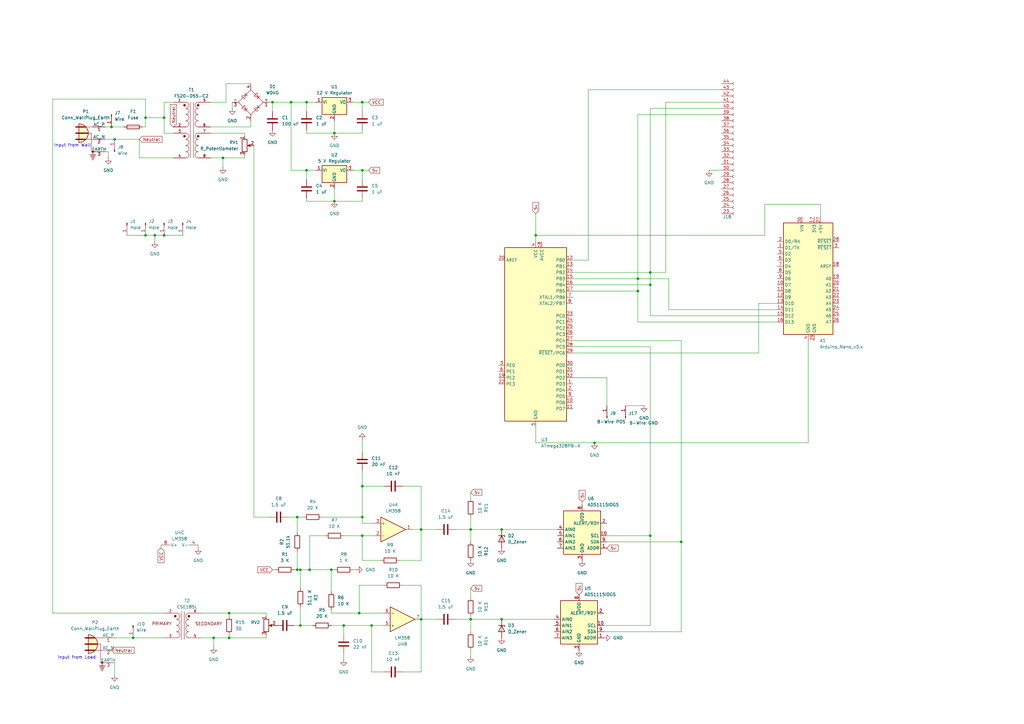
<source format=kicad_sch>
(kicad_sch (version 20231120) (generator "eeschema") (generator_version "8.0")
  (paper "A3")
  (lib_symbols
    (symbol "Amplifier_Operational:LM358" (pin_names (offset 0.127))
      (property "Reference" "U" (at 0 5.08 0))
      (property "Value" "LM358" (at 0 -5.08 0))
      (symbol "LM358_1_1"
        (pin output line (at 7.62 0 180) (length 2.54) (name "~") (number "1"))
        (pin input line (at -7.62 -2.54 0) (length 2.54) (name "-") (number "2"))
        (pin input line (at -7.62 2.54 0) (length 2.54) (name "+") (number "3"))
      )
      (symbol "LM358_2_1"
        (pin input line (at -7.62 2.54 0) (length 2.54) (name "+") (number "5"))
        (pin input line (at -7.62 -2.54 0) (length 2.54) (name "-") (number "6"))
        (pin output line (at 7.62 0 180) (length 2.54) (name "~") (number "7"))
      )
      (symbol "LM358_3_1"
        (pin power_in line (at -2.54 -7.62 90) (length 3.81) (name "V-") (number "4"))
        (pin power_in line (at -2.54 7.62 270) (length 3.81) (name "V+") (number "8"))
      )
    )
    (symbol "Analog_ADC:ADS1115IDGS"
      (property "Reference" "U" (at 2.54 13.97 0))
      (property "Value" "ADS1115IDGS" (at 7.62 11.43 0))
      (symbol "ADS1115IDGS_1_1"
        (pin input line (at 10.16 -5.08 180) (length 2.54) (name "ADDR") (number "1"))
        (pin input line (at 10.16 0 180) (length 2.54) (name "SCL") (number "10"))
        (pin output line (at 10.16 5.08 180) (length 2.54) (name "ALERT/RDY") (number "2"))
        (pin power_in line (at 0 -10.16 90) (length 2.54) (name "GND") (number "3"))
        (pin input line (at -10.16 2.54 0) (length 2.54) (name "AIN0") (number "4"))
        (pin input line (at -10.16 0 0) (length 2.54) (name "AIN1") (number "5"))
        (pin input line (at -10.16 -2.54 0) (length 2.54) (name "AIN2") (number "6"))
        (pin input line (at -10.16 -5.08 0) (length 2.54) (name "AIN3") (number "7"))
        (pin power_in line (at 0 12.7 270) (length 2.54) (name "VDD") (number "8"))
        (pin bidirectional line (at 10.16 -2.54 180) (length 2.54) (name "SDA") (number "9"))
      )
    )
    (symbol "CSE185L:CSE185L" (pin_names (offset 1.016))
      (property "Reference" "T" (at -5.0839 7.6279 0))
      (property "Value" "CSE185L" (at -5.0814 -7.6227 0))
      (symbol "CSE185L_0_0"
        (text "PRIMARY" (at -12.7 0 0) (effects (font (size 1.27 1.27)) (justify left bottom)))
        (text "SECONDARY" (at 5.08 0 0) (effects (font (size 1.27 1.27)) (justify left bottom)))
        (pin passive line (at -7.62 5.08 0) (length 5.08) (name "~") (number "2"))
        (pin passive line (at -7.62 -5.08 0) (length 5.08) (name "~") (number "3"))
        (pin passive line (at 7.62 -5.08 180) (length 5.08) (name "~") (number "5"))
        (pin passive line (at 7.62 5.08 180) (length 5.08) (name "~") (number "8"))
      )
    )
    (symbol "Conn_01x22_Socket_2" (pin_names (offset 1.016) hide)
      (property "Reference" "J10" (at -4.572 -29.21 0))
      (symbol "Conn_01x22_Socket_2_1_1"
        (pin passive line (at -5.08 -27.94 0) (length 3.81) (name "Pin_23") (number "23"))
        (pin passive line (at -5.08 -25.4 0) (length 3.81) (name "Pin_24") (number "24"))
        (pin passive line (at -5.08 -22.86 0) (length 3.81) (name "Pin_25") (number "25"))
        (pin passive line (at -5.08 -20.32 0) (length 3.81) (name "Pin_26") (number "26"))
        (pin passive line (at -5.08 -17.78 0) (length 3.81) (name "Pin_27") (number "27"))
        (pin passive line (at -5.08 -15.24 0) (length 3.81) (name "Pin_28") (number "28"))
        (pin passive line (at -5.08 -12.7 0) (length 3.81) (name "Pin_29") (number "29"))
        (pin passive line (at -5.08 -10.16 0) (length 3.81) (name "Pin_30") (number "30"))
        (pin passive line (at -5.08 -7.62 0) (length 3.81) (name "Pin_31") (number "31"))
        (pin passive line (at -5.08 -5.08 0) (length 3.81) (name "Pin_32") (number "32"))
        (pin passive line (at -5.08 -2.54 0) (length 3.81) (name "Pin_33") (number "33"))
        (pin passive line (at -5.08 0 0) (length 3.81) (name "Pin_34") (number "34"))
        (pin passive line (at -5.08 2.54 0) (length 3.81) (name "Pin_35") (number "35"))
        (pin passive line (at -5.08 5.08 0) (length 3.81) (name "Pin_36") (number "36"))
        (pin passive line (at -5.08 7.62 0) (length 3.81) (name "Pin_37") (number "37"))
        (pin passive line (at -5.08 10.16 0) (length 3.81) (name "Pin_38") (number "38"))
        (pin passive line (at -5.08 12.7 0) (length 3.81) (name "Pin_39") (number "39"))
        (pin passive line (at -5.08 15.24 0) (length 3.81) (name "Pin_40") (number "40"))
        (pin passive line (at -5.08 17.78 0) (length 3.81) (name "Pin_41") (number "41"))
        (pin passive line (at -5.08 20.32 0) (length 3.81) (name "Pin_42") (number "42"))
        (pin passive line (at -5.08 22.86 0) (length 3.81) (name "Pin_43") (number "43"))
        (pin passive line (at -5.08 25.4 0) (length 3.81) (name "Pin_44") (number "44"))
      )
    )
    (symbol "Connector:Conn_01x01_Pin" (pin_names (offset 1.016) hide)
      (property "Reference" "J" (at 0 2.54 0))
      (property "Value" "Conn_01x01_Pin" (at 0 -2.54 0))
      (symbol "Conn_01x01_Pin_1_1"
        (pin passive line (at 5.08 0 180) (length 3.81) (name "Pin_1") (number "1"))
      )
    )
    (symbol "Connector:Conn_WallPlug_Earth" (pin_names (offset 0))
      (property "Reference" "P" (at 0 3.81 0))
      (property "Value" "Conn_WallPlug_Earth" (at -5.08 0 90))
      (symbol "Conn_WallPlug_Earth_1_1"
        (pin power_out line (at 7.62 2.54 180) (length 5.08) (name "AC_P") (number "1"))
        (pin power_out line (at 7.62 -2.54 180) (length 5.08) (name "AC_N") (number "2"))
        (pin passive line (at 7.62 -7.62 180) (length 5.08) (name "EARTH") (number "3"))
      )
    )
    (symbol "Device:C" (pin_numbers hide) (pin_names (offset 0.254))
      (property "Reference" "C" (at 0.635 2.54 0))
      (property "Value" "C" (at 0.635 -2.54 0))
      (symbol "C_1_1"
        (pin passive line (at 0 3.81 270) (length 2.794) (name "~") (number "1"))
        (pin passive line (at 0 -3.81 90) (length 2.794) (name "~") (number "2"))
      )
    )
    (symbol "Device:D_Zener" (pin_numbers hide) (pin_names (offset 1.016) hide)
      (property "Reference" "D" (at 0 2.54 0))
      (property "Value" "D_Zener" (at 0 -2.54 0))
      (symbol "D_Zener_1_1"
        (pin passive line (at -3.81 0 0) (length 2.54) (name "K") (number "1"))
        (pin passive line (at 3.81 0 180) (length 2.54) (name "A") (number "2"))
      )
    )
    (symbol "Device:Fuse" (pin_numbers hide) (pin_names (offset 0))
      (property "Reference" "F" (at 2.032 0 90))
      (property "Value" "Fuse" (at -1.905 0 90))
      (symbol "Fuse_1_1"
        (pin passive line (at 0 3.81 270) (length 1.27) (name "~") (number "1"))
        (pin passive line (at 0 -3.81 90) (length 1.27) (name "~") (number "2"))
      )
    )
    (symbol "Device:R" (pin_numbers hide) (pin_names (offset 0))
      (property "Reference" "R" (at 2.032 0 90))
      (property "Value" "R" (at 0 0 90))
      (symbol "R_1_1"
        (pin passive line (at 0 3.81 270) (length 1.27) (name "~") (number "1"))
        (pin passive line (at 0 -3.81 90) (length 1.27) (name "~") (number "2"))
      )
    )
    (symbol "Device:R_Potentiometer" (pin_names (offset 1.016) hide)
      (property "Reference" "RV" (at -4.445 0 90))
      (property "Value" "R_Potentiometer" (at -2.54 0 90))
      (symbol "R_Potentiometer_1_1"
        (pin passive line (at 0 3.81 270) (length 1.27) (name "1") (number "1"))
        (pin passive line (at 3.81 0 180) (length 1.27) (name "2") (number "2"))
        (pin passive line (at 0 -3.81 90) (length 1.27) (name "3") (number "3"))
      )
    )
    (symbol "Diode_Bridge:W04G" (pin_names (offset 0))
      (property "Reference" "D" (at 2.54 6.985 0))
      (property "Value" "W04G" (at 2.54 5.08 0))
      (symbol "W04G_1_1"
        (pin passive line (at 7.62 0 180) (length 2.54) (name "+") (number "1"))
        (pin passive line (at 0 -7.62 90) (length 2.54) (name "~") (number "2"))
        (pin passive line (at -7.62 0 0) (length 2.54) (name "-") (number "3"))
        (pin passive line (at 0 7.62 270) (length 2.54) (name "~") (number "4"))
      )
    )
    (symbol "FS20-055-C2:FS20-055-C2" (pin_names (offset 1.016))
      (property "Reference" "T" (at -5.0839 12.7079 0))
      (property "Value" "FS20-055-C2" (at -5.0814 -15.2427 0))
      (symbol "FS20-055-C2_0_0"
        (pin passive line (at -7.62 10.16 0) (length 5.08) (name "~") (number "1"))
        (pin passive line (at -7.62 0 0) (length 5.08) (name "~") (number "2"))
        (pin passive line (at -7.62 -2.54 0) (length 5.08) (name "~") (number "3"))
        (pin passive line (at -7.62 -12.7 0) (length 5.08) (name "~") (number "4"))
        (pin passive line (at 7.62 10.16 180) (length 5.08) (name "~") (number "5"))
        (pin passive line (at 7.62 0 180) (length 5.08) (name "~") (number "6"))
        (pin passive line (at 7.62 -2.54 180) (length 5.08) (name "~") (number "7"))
        (pin passive line (at 7.62 -12.7 180) (length 5.08) (name "~") (number "8"))
      )
    )
    (symbol "MCU_Microchip_ATmega:ATmega328PB-A"
      (property "Reference" "U" (at -12.7 36.83 0))
      (property "Value" "ATmega328PB-A" (at 2.54 -36.83 0))
      (symbol "ATmega328PB-A_1_1"
        (pin bidirectional line (at 15.24 -20.32 180) (length 2.54) (name "PD3") (number "1"))
        (pin bidirectional line (at 15.24 -27.94 180) (length 2.54) (name "PD6") (number "10"))
        (pin bidirectional line (at 15.24 -30.48 180) (length 2.54) (name "PD7") (number "11"))
        (pin bidirectional line (at 15.24 30.48 180) (length 2.54) (name "PB0") (number "12"))
        (pin bidirectional line (at 15.24 27.94 180) (length 2.54) (name "PB1") (number "13"))
        (pin bidirectional line (at 15.24 25.4 180) (length 2.54) (name "PB2") (number "14"))
        (pin bidirectional line (at 15.24 22.86 180) (length 2.54) (name "PB3") (number "15"))
        (pin bidirectional line (at 15.24 20.32 180) (length 2.54) (name "PB4") (number "16"))
        (pin bidirectional line (at 15.24 17.78 180) (length 2.54) (name "PB5") (number "17"))
        (pin power_in line (at 2.54 38.1 270) (length 2.54) (name "AVCC") (number "18"))
        (pin bidirectional line (at -15.24 -17.78 0) (length 2.54) (name "PE2") (number "19"))
        (pin bidirectional line (at 15.24 -22.86 180) (length 2.54) (name "PD4") (number "2"))
        (pin passive line (at -15.24 30.48 0) (length 2.54) (name "AREF") (number "20"))
        (pin passive line (at 0 -38.1 90) (length 2.54) hide (name "GND") (number "21"))
        (pin bidirectional line (at -15.24 -20.32 0) (length 2.54) (name "PE3") (number "22"))
        (pin bidirectional line (at 15.24 7.62 180) (length 2.54) (name "PC0") (number "23"))
        (pin bidirectional line (at 15.24 5.08 180) (length 2.54) (name "PC1") (number "24"))
        (pin bidirectional line (at 15.24 2.54 180) (length 2.54) (name "PC2") (number "25"))
        (pin bidirectional line (at 15.24 0 180) (length 2.54) (name "PC3") (number "26"))
        (pin bidirectional line (at 15.24 -2.54 180) (length 2.54) (name "PC4") (number "27"))
        (pin bidirectional line (at 15.24 -5.08 180) (length 2.54) (name "PC5") (number "28"))
        (pin bidirectional line (at 15.24 -7.62 180) (length 2.54) (name "~{RESET}/PC6") (number "29"))
        (pin bidirectional line (at -15.24 -12.7 0) (length 2.54) (name "PE0") (number "3"))
        (pin bidirectional line (at 15.24 -12.7 180) (length 2.54) (name "PD0") (number "30"))
        (pin bidirectional line (at 15.24 -15.24 180) (length 2.54) (name "PD1") (number "31"))
        (pin bidirectional line (at 15.24 -17.78 180) (length 2.54) (name "PD2") (number "32"))
        (pin power_in line (at 0 38.1 270) (length 2.54) (name "VCC") (number "4"))
        (pin power_in line (at 0 -38.1 90) (length 2.54) (name "GND") (number "5"))
        (pin bidirectional line (at -15.24 -15.24 0) (length 2.54) (name "PE1") (number "6"))
        (pin bidirectional line (at 15.24 15.24 180) (length 2.54) (name "XTAL1/PB6") (number "7"))
        (pin bidirectional line (at 15.24 12.7 180) (length 2.54) (name "XTAL2/PB7") (number "8"))
        (pin bidirectional line (at 15.24 -25.4 180) (length 2.54) (name "PD5") (number "9"))
      )
    )
    (symbol "MCU_Module:Arduino_Nano_v3.x"
      (property "Reference" "A" (at -10.16 23.495 0))
      (property "Value" "Arduino_Nano_v3.x" (at 5.08 -24.13 0))
      (symbol "Arduino_Nano_v3.x_1_1"
        (pin bidirectional line (at -12.7 12.7 0) (length 2.54) (name "D1/TX") (number "1"))
        (pin bidirectional line (at -12.7 -2.54 0) (length 2.54) (name "D7") (number "10"))
        (pin bidirectional line (at -12.7 -5.08 0) (length 2.54) (name "D8") (number "11"))
        (pin bidirectional line (at -12.7 -7.62 0) (length 2.54) (name "D9") (number "12"))
        (pin bidirectional line (at -12.7 -10.16 0) (length 2.54) (name "D10") (number "13"))
        (pin bidirectional line (at -12.7 -12.7 0) (length 2.54) (name "D11") (number "14"))
        (pin bidirectional line (at -12.7 -15.24 0) (length 2.54) (name "D12") (number "15"))
        (pin bidirectional line (at -12.7 -17.78 0) (length 2.54) (name "D13") (number "16"))
        (pin power_out line (at 2.54 25.4 270) (length 2.54) (name "3V3") (number "17"))
        (pin input line (at 12.7 5.08 180) (length 2.54) (name "AREF") (number "18"))
        (pin bidirectional line (at 12.7 0 180) (length 2.54) (name "A0") (number "19"))
        (pin bidirectional line (at -12.7 15.24 0) (length 2.54) (name "D0/RX") (number "2"))
        (pin bidirectional line (at 12.7 -2.54 180) (length 2.54) (name "A1") (number "20"))
        (pin bidirectional line (at 12.7 -5.08 180) (length 2.54) (name "A2") (number "21"))
        (pin bidirectional line (at 12.7 -7.62 180) (length 2.54) (name "A3") (number "22"))
        (pin bidirectional line (at 12.7 -10.16 180) (length 2.54) (name "A4") (number "23"))
        (pin bidirectional line (at 12.7 -12.7 180) (length 2.54) (name "A5") (number "24"))
        (pin bidirectional line (at 12.7 -15.24 180) (length 2.54) (name "A6") (number "25"))
        (pin bidirectional line (at 12.7 -17.78 180) (length 2.54) (name "A7") (number "26"))
        (pin power_out line (at 5.08 25.4 270) (length 2.54) (name "+5V") (number "27"))
        (pin input line (at 12.7 15.24 180) (length 2.54) (name "~{RESET}") (number "28"))
        (pin power_in line (at 2.54 -25.4 90) (length 2.54) (name "GND") (number "29"))
        (pin input line (at 12.7 12.7 180) (length 2.54) (name "~{RESET}") (number "3"))
        (pin power_in line (at -2.54 25.4 270) (length 2.54) (name "VIN") (number "30"))
        (pin power_in line (at 0 -25.4 90) (length 2.54) (name "GND") (number "4"))
        (pin bidirectional line (at -12.7 10.16 0) (length 2.54) (name "D2") (number "5"))
        (pin bidirectional line (at -12.7 7.62 0) (length 2.54) (name "D3") (number "6"))
        (pin bidirectional line (at -12.7 5.08 0) (length 2.54) (name "D4") (number "7"))
        (pin bidirectional line (at -12.7 2.54 0) (length 2.54) (name "D5") (number "8"))
        (pin bidirectional line (at -12.7 0 0) (length 2.54) (name "D6") (number "9"))
      )
    )
    (symbol "Regulator_Linear:LF15_TO220" (pin_names (offset 0.254))
      (property "Reference" "U" (at -3.81 3.175 0))
      (property "Value" "LF15_TO220" (at 0 3.175 0))
      (symbol "LF15_TO220_1_1"
        (pin power_in line (at -7.62 0 0) (length 2.54) (name "VI") (number "1"))
        (pin power_in line (at 0 -7.62 90) (length 2.54) (name "GND") (number "2"))
        (pin power_out line (at 7.62 0 180) (length 2.54) (name "VO") (number "3"))
      )
    )
    (symbol "power:GND" (power) (pin_numbers hide) (pin_names (offset 0) hide)
      (property "Value" "GND" (at 0 -3.81 0))
      (symbol "GND_1_1"
        (pin power_in line (at 0 0 270) (length 0) (name "~") (number "1"))
      )
    )
  )
  (junction (at 261.62 114.3))
  (junction (at 45.72 52.07))
  (junction (at 243.84 181.61))
  (junction (at 67.31 96.52))
  (junction (at 193.04 217.17))
  (junction (at 147.32 251.46))
  (junction (at 205.74 217.17))
  (junction (at 219.71 96.52))
  (junction (at 193.04 254))
  (junction (at 54.61 261.62))
  (junction (at 140.97 256.54))
  (junction (at 121.92 233.68))
  (junction (at 123.19 233.68))
  (junction (at 135.89 233.68))
  (junction (at 123.19 256.54))
  (junction (at 148.59 199.39))
  (junction (at 121.92 212.09))
  (junction (at 59.69 48.26))
  (junction (at 148.59 69.85))
  (junction (at 148.59 41.91))
  (junction (at 46.99 57.15))
  (junction (at 266.7 116.84))
  (junction (at 148.59 212.09))
  (junction (at 266.7 219.71))
  (junction (at 67.31 48.26))
  (junction (at 87.63 261.62))
  (junction (at 119.38 41.91))
  (junction (at 266.7 111.76))
  (junction (at 152.4 256.54))
  (junction (at 172.72 217.17))
  (junction (at 91.44 64.77))
  (junction (at 59.69 96.52))
  (junction (at 125.73 41.91))
  (junction (at 127 233.68))
  (junction (at 137.16 82.55))
  (junction (at 93.98 251.46))
  (junction (at 63.5 96.52))
  (junction (at 172.72 254))
  (junction (at 279.4 222.25))
  (junction (at 125.73 69.85))
  (junction (at 111.76 41.91))
  (junction (at 93.98 261.62))
  (junction (at 148.59 219.71))
  (junction (at 205.74 254))
  (junction (at 137.16 54.61))
  (junction (at 261.62 119.38))
  (wire (pts (xy 193.04 201.93) (xy 193.04 204.47)))
  (wire (pts (xy 318.77 132.08) (xy 261.62 132.08)))
  (wire (pts (xy 261.62 46.99) (xy 261.62 114.3)))
  (wire (pts (xy 121.92 226.06) (xy 121.92 233.68)))
  (wire (pts (xy 266.7 256.54) (xy 266.7 219.71)))
  (wire (pts (xy 247.65 256.54) (xy 266.7 256.54)))
  (wire (pts (xy 118.11 212.09) (xy 121.92 212.09)))
  (wire (pts (xy 137.16 49.53) (xy 137.16 54.61)))
  (wire (pts (xy 46.99 271.78) (xy 46.99 276.86)))
  (wire (pts (xy 57.15 57.15) (xy 57.15 64.77)))
  (wire (pts (xy 148.59 69.85) (xy 144.78 69.85)))
  (wire (pts (xy 140.97 256.54) (xy 152.4 256.54)))
  (wire (pts (xy 266.7 111.76) (xy 234.95 111.76)))
  (wire (pts (xy 248.92 222.25) (xy 279.4 222.25)))
  (wire (pts (xy 172.72 199.39) (xy 165.1 199.39)))
  (wire (pts (xy 193.04 254) (xy 205.74 254)))
  (wire (pts (xy 46.99 266.7) (xy 45.72 266.7)))
  (wire (pts (xy 261.62 46.99) (xy 295.91 46.99)))
  (wire (pts (xy 241.3 106.68) (xy 234.95 106.68)))
  (wire (pts (xy 43.18 52.07) (xy 45.72 52.07)))
  (wire (pts (xy 147.32 251.46) (xy 147.32 240.03)))
  (wire (pts (xy 152.4 256.54) (xy 157.48 256.54)))
  (wire (pts (xy 54.61 261.62) (xy 67.31 261.62)))
  (wire (pts (xy 67.31 96.52) (xy 74.93 96.52)))
  (wire (pts (xy 119.38 69.85) (xy 125.73 69.85)))
  (wire (pts (xy 59.69 40.64) (xy 21.59 40.64)))
  (wire (pts (xy 193.04 254) (xy 193.04 259.08)))
  (wire (pts (xy 318.77 127) (xy 274.32 127)))
  (wire (pts (xy 63.5 96.52) (xy 63.5 99.06)))
  (wire (pts (xy 109.22 251.46) (xy 109.22 252.73)))
  (wire (pts (xy 43.18 62.23) (xy 44.45 62.23)))
  (wire (pts (xy 140.97 219.71) (xy 148.59 219.71)))
  (wire (pts (xy 95.25 41.91) (xy 95.25 44.45)))
  (wire (pts (xy 266.7 129.54) (xy 266.7 116.84)))
  (wire (pts (xy 172.72 229.87) (xy 172.72 217.17)))
  (wire (pts (xy 125.73 82.55) (xy 125.73 81.28)))
  (wire (pts (xy 234.95 154.94) (xy 248.92 154.94)))
  (wire (pts (xy 219.71 181.61) (xy 243.84 181.61)))
  (wire (pts (xy 247.65 259.08) (xy 279.4 259.08)))
  (wire (pts (xy 193.04 252.73) (xy 193.04 254)))
  (wire (pts (xy 163.83 229.87) (xy 172.72 229.87)))
  (wire (pts (xy 119.38 41.91) (xy 119.38 69.85)))
  (wire (pts (xy 274.32 127) (xy 274.32 114.3)))
  (wire (pts (xy 125.73 54.61) (xy 125.73 53.34)))
  (wire (pts (xy 82.55 251.46) (xy 93.98 251.46)))
  (wire (pts (xy 148.59 180.34) (xy 148.59 185.42)))
  (wire (pts (xy 121.92 212.09) (xy 121.92 218.44)))
  (wire (pts (xy 165.1 275.59) (xy 172.72 275.59)))
  (wire (pts (xy 336.55 83.82) (xy 336.55 88.9)))
  (wire (pts (xy 21.59 40.64) (xy 21.59 251.46)))
  (wire (pts (xy 266.7 219.71) (xy 248.92 219.71)))
  (wire (pts (xy 219.71 181.61) (xy 219.71 175.26)))
  (wire (pts (xy 125.73 54.61) (xy 137.16 54.61)))
  (wire (pts (xy 137.16 77.47) (xy 137.16 82.55)))
  (wire (pts (xy 93.98 261.62) (xy 87.63 261.62)))
  (wire (pts (xy 248.92 154.94) (xy 248.92 166.37)))
  (wire (pts (xy 148.59 54.61) (xy 148.59 53.34)))
  (wire (pts (xy 93.98 260.35) (xy 93.98 261.62)))
  (wire (pts (xy 266.7 142.24) (xy 234.95 142.24)))
  (wire (pts (xy 125.73 69.85) (xy 125.73 73.66)))
  (wire (pts (xy 125.73 69.85) (xy 129.54 69.85)))
  (wire (pts (xy 148.59 45.72) (xy 148.59 41.91)))
  (wire (pts (xy 93.98 251.46) (xy 109.22 251.46)))
  (wire (pts (xy 279.4 139.7) (xy 279.4 222.25)))
  (wire (pts (xy 135.89 251.46) (xy 147.32 251.46)))
  (wire (pts (xy 261.62 119.38) (xy 234.95 119.38)))
  (wire (pts (xy 241.3 36.83) (xy 241.3 106.68)))
  (wire (pts (xy 266.7 44.45) (xy 295.91 44.45)))
  (wire (pts (xy 135.89 251.46) (xy 135.89 250.19)))
  (wire (pts (xy 318.77 129.54) (xy 266.7 129.54)))
  (wire (pts (xy 172.72 254) (xy 172.72 275.59)))
  (wire (pts (xy 331.47 181.61) (xy 331.47 139.7)))
  (wire (pts (xy 71.12 54.61) (xy 67.31 54.61)))
  (wire (pts (xy 93.98 251.46) (xy 93.98 252.73)))
  (wire (pts (xy 100.33 54.61) (xy 100.33 55.88)))
  (wire (pts (xy 86.36 54.61) (xy 100.33 54.61)))
  (wire (pts (xy 148.59 69.85) (xy 148.59 73.66)))
  (wire (pts (xy 152.4 275.59) (xy 157.48 275.59)))
  (wire (pts (xy 186.69 217.17) (xy 193.04 217.17)))
  (wire (pts (xy 102.87 52.07) (xy 102.87 49.53)))
  (wire (pts (xy 21.59 251.46) (xy 67.31 251.46)))
  (wire (pts (xy 205.74 254) (xy 227.33 254)))
  (wire (pts (xy 313.69 83.82) (xy 336.55 83.82)))
  (wire (pts (xy 52.07 96.52) (xy 59.69 96.52)))
  (wire (pts (xy 193.04 212.09) (xy 193.04 217.17)))
  (wire (pts (xy 45.72 52.07) (xy 50.8 52.07)))
  (wire (pts (xy 172.72 217.17) (xy 179.07 217.17)))
  (wire (pts (xy 266.7 116.84) (xy 234.95 116.84)))
  (wire (pts (xy 67.31 48.26) (xy 67.31 41.91)))
  (wire (pts (xy 241.3 36.83) (xy 295.91 36.83)))
  (wire (pts (xy 148.59 212.09) (xy 148.59 214.63)))
  (wire (pts (xy 151.13 69.85) (xy 148.59 69.85)))
  (wire (pts (xy 87.63 261.62) (xy 87.63 265.43)))
  (wire (pts (xy 46.99 261.62) (xy 54.61 261.62)))
  (wire (pts (xy 67.31 41.91) (xy 71.12 41.91)))
  (wire (pts (xy 109.22 261.62) (xy 93.98 261.62)))
  (wire (pts (xy 110.49 41.91) (xy 111.76 41.91)))
  (wire (pts (xy 132.08 212.09) (xy 148.59 212.09)))
  (wire (pts (xy 261.62 132.08) (xy 261.62 119.38)))
  (wire (pts (xy 58.42 52.07) (xy 59.69 52.07)))
  (wire (pts (xy 92.71 34.29) (xy 102.87 34.29)))
  (wire (pts (xy 148.59 41.91) (xy 151.13 41.91)))
  (wire (pts (xy 148.59 193.04) (xy 148.59 199.39)))
  (wire (pts (xy 219.71 87.63) (xy 219.71 96.52)))
  (wire (pts (xy 120.65 233.68) (xy 121.92 233.68)))
  (wire (pts (xy 193.04 241.3) (xy 193.04 245.11)))
  (wire (pts (xy 205.74 217.17) (xy 228.6 217.17)))
  (wire (pts (xy 261.62 114.3) (xy 234.95 114.3)))
  (wire (pts (xy 318.77 124.46) (xy 311.15 124.46)))
  (wire (pts (xy 274.32 114.3) (xy 261.62 114.3)))
  (wire (pts (xy 87.63 261.62) (xy 82.55 261.62)))
  (wire (pts (xy 152.4 256.54) (xy 152.4 275.59)))
  (wire (pts (xy 140.97 256.54) (xy 140.97 260.35)))
  (wire (pts (xy 266.7 142.24) (xy 266.7 219.71)))
  (wire (pts (xy 172.72 254) (xy 179.07 254)))
  (wire (pts (xy 86.36 64.77) (xy 91.44 64.77)))
  (wire (pts (xy 140.97 270.51) (xy 140.97 267.97)))
  (wire (pts (xy 219.71 96.52) (xy 313.69 96.52)))
  (wire (pts (xy 153.67 214.63) (xy 148.59 214.63)))
  (wire (pts (xy 256.54 166.37) (xy 264.16 166.37)))
  (wire (pts (xy 165.1 240.03) (xy 172.72 240.03)))
  (wire (pts (xy 193.04 217.17) (xy 205.74 217.17)))
  (wire (pts (xy 148.59 199.39) (xy 148.59 212.09)))
  (wire (pts (xy 104.14 59.69) (xy 104.14 212.09)))
  (wire (pts (xy 120.65 256.54) (xy 123.19 256.54)))
  (wire (pts (xy 137.16 233.68) (xy 135.89 233.68)))
  (wire (pts (xy 144.78 233.68) (xy 146.05 233.68)))
  (wire (pts (xy 91.44 64.77) (xy 100.33 64.77)))
  (wire (pts (xy 193.04 266.7) (xy 193.04 269.24)))
  (wire (pts (xy 125.73 82.55) (xy 137.16 82.55)))
  (wire (pts (xy 148.59 41.91) (xy 144.78 41.91)))
  (wire (pts (xy 148.59 219.71) (xy 148.59 229.87)))
  (wire (pts (xy 243.84 181.61) (xy 331.47 181.61)))
  (wire (pts (xy 273.05 111.76) (xy 266.7 111.76)))
  (wire (pts (xy 123.19 233.68) (xy 127 233.68)))
  (wire (pts (xy 59.69 52.07) (xy 59.69 48.26)))
  (wire (pts (xy 148.59 199.39) (xy 157.48 199.39)))
  (wire (pts (xy 266.7 44.45) (xy 266.7 111.76)))
  (wire (pts (xy 266.7 116.84) (xy 266.7 111.76)))
  (wire (pts (xy 135.89 256.54) (xy 140.97 256.54)))
  (wire (pts (xy 57.15 64.77) (xy 71.12 64.77)))
  (wire (pts (xy 219.71 96.52) (xy 219.71 99.06)))
  (wire (pts (xy 121.92 212.09) (xy 124.46 212.09)))
  (wire (pts (xy 137.16 54.61) (xy 148.59 54.61)))
  (wire (pts (xy 67.31 54.61) (xy 67.31 48.26)))
  (wire (pts (xy 125.73 41.91) (xy 125.73 45.72)))
  (wire (pts (xy 91.44 64.77) (xy 91.44 68.58)))
  (wire (pts (xy 119.38 41.91) (xy 125.73 41.91)))
  (wire (pts (xy 172.72 240.03) (xy 172.72 254)))
  (wire (pts (xy 121.92 233.68) (xy 123.19 233.68)))
  (wire (pts (xy 125.73 41.91) (xy 129.54 41.91)))
  (wire (pts (xy 311.15 144.78) (xy 234.95 144.78)))
  (wire (pts (xy 81.28 223.52) (xy 81.28 224.79)))
  (wire (pts (xy 273.05 41.91) (xy 295.91 41.91)))
  (wire (pts (xy 100.33 64.77) (xy 100.33 63.5)))
  (wire (pts (xy 66.04 224.79) (xy 66.04 223.52)))
  (wire (pts (xy 261.62 119.38) (xy 261.62 114.3)))
  (wire (pts (xy 109.22 260.35) (xy 109.22 261.62)))
  (wire (pts (xy 59.69 48.26) (xy 67.31 48.26)))
  (wire (pts (xy 279.4 139.7) (xy 234.95 139.7)))
  (wire (pts (xy 111.76 41.91) (xy 119.38 41.91)))
  (wire (pts (xy 172.72 217.17) (xy 168.91 217.17)))
  (wire (pts (xy 123.19 233.68) (xy 123.19 241.3)))
  (wire (pts (xy 148.59 219.71) (xy 153.67 219.71)))
  (wire (pts (xy 193.04 217.17) (xy 193.04 222.25)))
  (wire (pts (xy 135.89 233.68) (xy 135.89 242.57)))
  (wire (pts (xy 238.76 205.74) (xy 238.76 207.01)))
  (wire (pts (xy 111.76 41.91) (xy 111.76 45.72)))
  (wire (pts (xy 147.32 251.46) (xy 157.48 251.46)))
  (wire (pts (xy 147.32 240.03) (xy 157.48 240.03)))
  (wire (pts (xy 137.16 82.55) (xy 148.59 82.55)))
  (wire (pts (xy 127 219.71) (xy 133.35 219.71)))
  (wire (pts (xy 46.99 57.15) (xy 57.15 57.15)))
  (wire (pts (xy 290.83 69.85) (xy 295.91 69.85)))
  (wire (pts (xy 172.72 217.17) (xy 172.72 199.39)))
  (wire (pts (xy 92.71 41.91) (xy 92.71 34.29)))
  (wire (pts (xy 186.69 254) (xy 193.04 254)))
  (wire (pts (xy 311.15 124.46) (xy 311.15 144.78)))
  (wire (pts (xy 104.14 212.09) (xy 110.49 212.09)))
  (wire (pts (xy 148.59 229.87) (xy 156.21 229.87)))
  (wire (pts (xy 59.69 48.26) (xy 59.69 40.64)))
  (wire (pts (xy 86.36 41.91) (xy 92.71 41.91)))
  (wire (pts (xy 44.45 62.23) (xy 44.45 64.77)))
  (wire (pts (xy 43.18 57.15) (xy 46.99 57.15)))
  (wire (pts (xy 63.5 96.52) (xy 67.31 96.52)))
  (wire (pts (xy 279.4 259.08) (xy 279.4 222.25)))
  (wire (pts (xy 123.19 256.54) (xy 128.27 256.54)))
  (wire (pts (xy 111.76 233.68) (xy 113.03 233.68)))
  (wire (pts (xy 127 233.68) (xy 127 219.71)))
  (wire (pts (xy 86.36 52.07) (xy 102.87 52.07)))
  (wire (pts (xy 148.59 82.55) (xy 148.59 81.28)))
  (wire (pts (xy 123.19 248.92) (xy 123.19 256.54)))
  (wire (pts (xy 313.69 96.52) (xy 313.69 83.82)))
  (wire (pts (xy 127 233.68) (xy 135.89 233.68)))
  (wire (pts (xy 273.05 41.91) (xy 273.05 111.76)))
  (wire (pts (xy 59.69 96.52) (xy 63.5 96.52)))
  (text "Input from Wall" (at 29.718 59.69 0) (effects (font (size 1.27 1.27))))
  (text "Input from Load\n" (at 31.496 269.748 0) (effects (font (size 1.27 1.27))))
  (global_label "Neutral" (shape input) (at 57.15 57.15 0) (property "Intersheetrefs" "${INTERSHEET_REFS}" (effects (hide yes))))
  (global_label "VCC" (shape input) (at 151.13 41.91 0) (property "Intersheetrefs" "${INTERSHEET_REFS}" (effects (hide yes))))
  (global_label "5v" (shape input) (at 237.49 243.84 90) (property "Intersheetrefs" "${INTERSHEET_REFS}" (effects (hide yes))))
  (global_label "5v" (shape input) (at 248.92 224.79 0) (property "Intersheetrefs" "${INTERSHEET_REFS}" (effects (hide yes))))
  (global_label "5v" (shape input) (at 219.71 87.63 90) (property "Intersheetrefs" "${INTERSHEET_REFS}" (effects (hide yes))))
  (global_label "5v" (shape input) (at 151.13 69.85 0) (property "Intersheetrefs" "${INTERSHEET_REFS}" (effects (hide yes))))
  (global_label "5v" (shape input) (at 193.04 241.3 0) (property "Intersheetrefs" "${INTERSHEET_REFS}" (effects (hide yes))))
  (global_label "Neutral" (shape input) (at 71.12 52.07 90) (property "Intersheetrefs" "${INTERSHEET_REFS}" (effects (hide yes))))
  (global_label "5v" (shape input) (at 193.04 201.93 0) (property "Intersheetrefs" "${INTERSHEET_REFS}" (effects (hide yes))))
  (global_label "VCC" (shape input) (at 66.04 224.79 270) (property "Intersheetrefs" "${INTERSHEET_REFS}" (effects (hide yes))))
  (global_label "5v" (shape input) (at 238.76 205.74 90) (property "Intersheetrefs" "${INTERSHEET_REFS}" (effects (hide yes))))
  (global_label "VCC" (shape input) (at 111.76 233.68 180) (property "Intersheetrefs" "${INTERSHEET_REFS}" (effects (hide yes))))
  (global_label "Neutral" (shape input) (at 45.72 266.7 0) (property "Intersheetrefs" "${INTERSHEET_REFS}" (effects (hide yes))))
  (symbol (lib_id "Analog_ADC:ADS1115IDGS") (at 237.49 256.54 0) (unit 1)
    (property "Reference" "U5" (at 239.6841 241.3 0) (effects (justify left)))
    (property "Value" "ADS1115IDGS" (at 239.6841 243.84 0) (effects (justify left)))
    (property "Footprint" "Package_SO:TSSOP-10_3x3mm_P0.5mm" (effects (hide yes)))
    (property "Datasheet" "http://www.ti.com/lit/ds/symlink/ads1113.pdf" (effects (hide yes)))
    (property "Description" "Ultra-Small, Low-Power, I2C-Compatible, 860-SPS, 16-Bit ADCs With Internal Reference, Oscillator, and Programmable Comparator, VSSOP-10" (effects (hide yes)))
  )
  (symbol (lib_id "Device:C") (at 111.76 49.53 0) (unit 1)
    (property "Reference" "C1" (at 115.57 48.2599 0) (effects (justify left)))
    (property "Value" "100 uF" (at 115.57 50.7999 0) (effects (justify left)))
    (property "Footprint" "Capacitor_THT:CP_Radial_D10.0mm_P5.00mm" (effects (hide yes)))
    (property "Description" "Unpolarized capacitor" (effects (hide yes)))
  )
  (symbol (lib_id "Connector:Conn_01x01_Pin") (at 45.72 46.99 270) (unit 1)
    (property "Reference" "J7" (at 46.99 46.3549 90) (effects (justify left)))
    (property "Value" "Wire" (at 46.99 48.8949 90) (effects (justify left)))
    (property "Footprint" "Connector_Wire:SolderWire-2sqmm_1x01_D2mm_OD3.9mm" (effects (hide yes)))
    (property "Description" "Generic connector, single row, 01x01, script generated" (effects (hide yes)))
  )
  (symbol (lib_id "Amplifier_Operational:LM358") (at 73.66 220.98 90) (unit 3)
    (property "Reference" "U4" (at 73.66 218.44 90))
    (property "Value" "LM358" (at 73.66 220.98 90))
    (property "Footprint" "Package_DIP:DIP-8_W7.62mm" (effects (hide yes)))
    (property "Datasheet" "http://www.ti.com/lit/ds/symlink/lm2904-n.pdf" (effects (hide yes)))
    (property "Description" "Low-Power, Dual Operational Amplifiers, DIP-8/SOIC-8/TO-99-8" (effects (hide yes)))
  )
  (symbol (lib_id "MCU_Microchip_ATmega:ATmega328PB-A") (at 219.71 137.16 0) (unit 1)
    (property "Reference" "U3" (at 221.9041 180.34 0) (effects (justify left)))
    (property "Value" "ATmega328PB-A" (at 221.9041 182.88 0) (effects (justify left)))
    (property "Footprint" "Package_QFP:TQFP-32_7x7mm_P0.8mm" (effects (hide yes)))
    (property "Datasheet" "http://ww1.microchip.com/downloads/en/DeviceDoc/40001906C.pdf" (effects (hide yes)))
    (property "Description" "20MHz, 32kB Flash, 2kB SRAM, 1kB EEPROM, TQFP-32" (effects (hide yes)))
  )
  (symbol (lib_id "Device:R") (at 128.27 212.09 90) (unit 1)
    (property "Reference" "R4" (at 128.27 205.74 90))
    (property "Value" "20 K" (at 128.27 208.28 90))
    (property "Footprint" "Resistor_THT:R_Axial_DIN0207_L6.3mm_D2.5mm_P10.16mm_Horizontal" (effects (hide yes)))
    (property "Description" "Resistor" (effects (hide yes)))
  )
  (symbol (lib_id "power:GND") (at 87.63 265.43 0) (unit 1)
    (property "Reference" "#PWR015" (effects (hide yes)))
    (property "Value" "GND" (at 87.63 270.51 0))
    (property "Description" "Power symbol creates a global label with name \"GND\" , ground" (effects (hide yes)))
  )
  (symbol (lib_id "Device:R_Potentiometer") (at 109.22 256.54 0) (unit 1)
    (property "Reference" "RV2" (at 106.68 255.2699 0) (effects (justify right)))
    (property "Value" "R_Potentiometer" (effects (hide yes)))
    (property "Footprint" "Potentiometer_THT:Potentiometer_ACP_CA6-H2,5_Horizontal" (effects (hide yes)))
    (property "Description" "Potentiometer" (effects (hide yes)))
  )
  (symbol (lib_id "power:GND") (at 290.83 69.85 0) (unit 1)
    (property "Reference" "#PWR027" (effects (hide yes)))
    (property "Value" "GND" (at 290.83 74.93 0))
    (property "Description" "Power symbol creates a global label with name \"GND\" , ground" (effects (hide yes)))
  )
  (symbol (lib_id "Connector:Conn_01x01_Pin") (at 67.31 91.44 270) (unit 1)
    (property "Reference" "J3" (at 68.58 90.8049 90) (effects (justify left)))
    (property "Value" "Hole" (at 68.58 93.3449 90) (effects (justify left)))
    (property "Footprint" "Connector_Wire:SolderWire-2sqmm_1x01_D2mm_OD3.9mm" (effects (hide yes)))
    (property "Description" "Generic connector, single row, 01x01, script generated" (effects (hide yes)))
  )
  (symbol (lib_id "Device:D_Zener") (at 205.74 257.81 270) (unit 1)
    (property "Reference" "D3" (at 208.28 256.5399 90) (effects (justify left)))
    (property "Value" "D_Zener" (at 208.28 259.0799 90) (effects (justify left)))
    (property "Footprint" "Diode_THT:D_A-405_P10.16mm_Horizontal" (effects (hide yes)))
    (property "Description" "Zener diode" (effects (hide yes)))
  )
  (symbol (lib_id "Connector:Conn_WallPlug_Earth") (at 39.37 264.16 0) (unit 1)
    (property "Reference" "P2" (at 38.9763 255.27 0))
    (property "Value" "Conn_WallPlug_Earth" (at 38.9763 257.81 0))
    (property "Description" "3-pin general wall plug, with Earth wire (110VAC, 220VAC)" (effects (hide yes)))
  )
  (symbol (lib_id "power:GND") (at 193.04 229.87 0) (unit 1)
    (property "Reference" "#PWR011" (effects (hide yes)))
    (property "Value" "GND" (at 193.04 234.95 0))
    (property "Description" "Power symbol creates a global label with name \"GND\" , ground" (effects (hide yes)))
  )
  (symbol (lib_id "power:GND") (at 193.04 269.24 0) (unit 1)
    (property "Reference" "#PWR012" (effects (hide yes)))
    (property "Value" "GND" (at 193.04 274.32 0))
    (property "Description" "Power symbol creates a global label with name \"GND\" , ground" (effects (hide yes)))
  )
  (symbol (lib_id "Device:C") (at 182.88 217.17 90) (unit 1)
    (property "Reference" "C14" (at 182.88 209.55 90))
    (property "Value" "1.5 uF" (at 182.88 212.09 90))
    (property "Footprint" "Capacitor_THT:C_Rect_L7.2mm_W5.5mm_P5.00mm_FKS2_FKP2_MKS2_MKP2" (effects (hide yes)))
    (property "Description" "Unpolarized capacitor" (effects (hide yes)))
  )
  (symbol (lib_id "power:GND") (at 91.44 68.58 0) (unit 1)
    (property "Reference" "#PWR06" (effects (hide yes)))
    (property "Value" "GND" (at 91.44 73.66 0))
    (property "Description" "Power symbol creates a global label with name \"GND\" , ground" (effects (hide yes)))
  )
  (symbol (lib_id "Device:R") (at 161.29 240.03 90) (unit 1)
    (property "Reference" "R10" (at 161.29 233.68 90))
    (property "Value" "10 K" (at 161.29 236.22 90))
    (property "Footprint" "Resistor_THT:R_Axial_DIN0207_L6.3mm_D2.5mm_P10.16mm_Horizontal" (effects (hide yes)))
    (property "Description" "Resistor" (effects (hide yes)))
  )
  (symbol (lib_id "power:GND") (at 205.74 224.79 0) (unit 1)
    (property "Reference" "#PWR013" (effects (hide yes)))
    (property "Value" "GND" (at 205.74 229.87 0))
    (property "Description" "Power symbol creates a global label with name \"GND\" , ground" (effects (hide yes)))
  )
  (symbol (lib_id "power:GND") (at 137.16 82.55 0) (unit 1)
    (property "Reference" "#PWR05" (effects (hide yes)))
    (property "Value" "GND" (at 137.16 87.63 0))
    (property "Description" "Power symbol creates a global label with name \"GND\" , ground" (effects (hide yes)))
  )
  (symbol (lib_id "Device:R") (at 121.92 222.25 180) (unit 1)
    (property "Reference" "R2" (at 115.57 222.25 90))
    (property "Value" "51.1k" (at 118.11 222.25 90))
    (property "Footprint" "Resistor_THT:R_Axial_DIN0207_L6.3mm_D2.5mm_P10.16mm_Horizontal" (effects (hide yes)))
    (property "Description" "Resistor" (effects (hide yes)))
  )
  (symbol (lib_id "Regulator_Linear:LF15_TO220") (at 137.16 69.85 0) (unit 1)
    (property "Reference" "U2" (at 137.16 63.5 0))
    (property "Value" "5 V Regulator" (at 137.16 66.04 0))
    (property "Footprint" "Package_TO_SOT_THT:TO-220-3_Vertical" (effects (hide yes)))
    (property "Datasheet" "http://www.st.com/content/ccc/resource/technical/document/datasheet/c4/0e/7e/2a/be/bc/4c/bd/CD00000546.pdf/files/CD00000546.pdf/jcr:content/translations/en.CD00000546.pdf" (effects (hide yes)))
    (property "Description" "Low-drop Voltage Regulator, Io up to 500mA, Fixed Vo 1.5V, TO-220" (effects (hide yes)))
  )
  (symbol (lib_id "Device:C") (at 114.3 212.09 90) (unit 1)
    (property "Reference" "C8" (at 114.3 204.47 90))
    (property "Value" "1.5 uF" (at 114.3 207.01 90))
    (property "Footprint" "Capacitor_THT:C_Rect_L7.2mm_W5.5mm_P5.00mm_FKS2_FKP2_MKS2_MKP2" (effects (hide yes)))
    (property "Description" "Unpolarized capacitor" (effects (hide yes)))
  )
  (symbol (lib_id "Device:R") (at 132.08 256.54 90) (unit 1)
    (property "Reference" "R5" (at 132.08 250.19 90))
    (property "Value" "20 K" (at 132.08 252.73 90))
    (property "Footprint" "Resistor_THT:R_Axial_DIN0207_L6.3mm_D2.5mm_P10.16mm_Horizontal" (effects (hide yes)))
    (property "Description" "Resistor" (effects (hide yes)))
  )
  (symbol (lib_id "Connector:Conn_01x01_Pin") (at 248.92 171.45 90) (unit 1)
    (property "Reference" "J9" (at 250.19 169.5449 90) (effects (justify right)))
    (property "Value" "B-Wire POS" (at 244.856 172.974 90) (effects (justify right)))
    (property "Footprint" "Connector_Wire:SolderWire-2sqmm_1x01_D2mm_OD3.9mm" (effects (hide yes)))
    (property "Description" "Generic connector, single row, 01x01, script generated" (effects (hide yes)))
  )
  (symbol (lib_id "Device:C") (at 148.59 189.23 180) (unit 1)
    (property "Reference" "C11" (at 152.4 187.9599 0) (effects (justify right)))
    (property "Value" "20 nF" (at 152.4 190.4999 0) (effects (justify right)))
    (property "Footprint" "Capacitor_THT:C_Rect_L7.5mm_W6.5mm_P5.00mm" (effects (hide yes)))
    (property "Description" "Unpolarized capacitor" (effects (hide yes)))
  )
  (symbol (lib_id "Connector:Conn_01x01_Pin") (at 256.54 171.45 90) (unit 1)
    (property "Reference" "J17" (at 257.81 169.5449 90) (effects (justify right)))
    (property "Value" "B-Wire GND" (at 258.064 173.482 90) (effects (justify right)))
    (property "Footprint" "Connector_Wire:SolderWire-2sqmm_1x01_D2mm_OD3.9mm" (effects (hide yes)))
    (property "Description" "Generic connector, single row, 01x01, script generated" (effects (hide yes)))
  )
  (symbol (lib_id "Device:R") (at 116.84 233.68 90) (unit 1)
    (property "Reference" "R1" (at 116.84 227.33 90))
    (property "Value" "3 K" (at 116.84 229.87 90))
    (property "Footprint" "Resistor_THT:R_Axial_DIN0207_L6.3mm_D2.5mm_P10.16mm_Horizontal" (effects (hide yes)))
    (property "Description" "Resistor" (effects (hide yes)))
  )
  (symbol (lib_id "Diode_Bridge:W04G") (at 102.87 41.91 0) (unit 1)
    (property "Reference" "D1" (at 111.76 35.4898 0))
    (property "Value" "W04G" (at 111.76 38.0298 0))
    (property "Footprint" "Diode_THT:Diode_Bridge_Round_D9.8mm" (effects (hide yes)))
    (property "Datasheet" "https://www.vishay.com/docs/88769/woo5g.pdf" (effects (hide yes)))
    (property "Description" "Glass Passivated Single-Phase Bridge Rectifier, 280V Vrms, 1.5A If, WOG package" (effects (hide yes)))
  )
  (symbol (lib_id "Device:C") (at 182.88 254 90) (unit 1)
    (property "Reference" "C15" (at 182.88 246.38 90))
    (property "Value" "1.5 uF" (at 182.88 248.92 90))
    (property "Footprint" "Capacitor_THT:C_Rect_L7.2mm_W5.5mm_P5.00mm_FKS2_FKP2_MKS2_MKP2" (effects (hide yes)))
    (property "Description" "Unpolarized capacitor" (effects (hide yes)))
  )
  (symbol (lib_id "Device:C") (at 125.73 49.53 0) (unit 1)
    (property "Reference" "C2" (at 129.54 48.2599 0) (effects (justify left)))
    (property "Value" "1 uF" (at 129.54 50.7999 0) (effects (justify left)))
    (property "Footprint" "Capacitor_THT:C_Disc_D4.7mm_W2.5mm_P5.00mm" (effects (hide yes)))
    (property "Description" "Unpolarized capacitor" (effects (hide yes)))
  )
  (symbol (lib_id "Device:R") (at 140.97 233.68 90) (unit 1)
    (property "Reference" "R8" (at 140.97 227.33 90))
    (property "Value" "1 K" (at 140.97 229.87 90))
    (property "Footprint" "Resistor_THT:R_Axial_DIN0207_L6.3mm_D2.5mm_P10.16mm_Horizontal" (effects (hide yes)))
    (property "Description" "Resistor" (effects (hide yes)))
  )
  (symbol (lib_id "Device:R") (at 193.04 208.28 0) (unit 1)
    (property "Reference" "R11" (at 199.39 208.28 90))
    (property "Value" "10 K" (at 196.85 208.28 90))
    (property "Footprint" "Resistor_THT:R_Axial_DIN0207_L6.3mm_D2.5mm_P10.16mm_Horizontal" (effects (hide yes)))
    (property "Description" "Resistor" (effects (hide yes)))
  )
  (symbol (lib_id "Device:R") (at 123.19 245.11 0) (unit 1)
    (property "Reference" "R3" (at 129.54 245.11 90))
    (property "Value" "51.1 K" (at 127 245.11 90))
    (property "Footprint" "Resistor_THT:R_Axial_DIN0207_L6.3mm_D2.5mm_P10.16mm_Horizontal" (effects (hide yes)))
    (property "Description" "Resistor" (effects (hide yes)))
  )
  (symbol (lib_id "Device:R") (at 135.89 246.38 180) (unit 1)
    (property "Reference" "R6" (at 138.43 245.1099 0) (effects (justify right)))
    (property "Value" "10 K" (at 138.43 247.6499 0) (effects (justify right)))
    (property "Footprint" "Resistor_THT:R_Axial_DIN0207_L6.3mm_D2.5mm_P10.16mm_Horizontal" (effects (hide yes)))
    (property "Description" "Resistor" (effects (hide yes)))
  )
  (symbol (lib_id "Device:D_Zener") (at 205.74 220.98 270) (unit 1)
    (property "Reference" "D2" (at 208.28 219.7099 90) (effects (justify left)))
    (property "Value" "D_Zener" (at 208.28 222.2499 90) (effects (justify left)))
    (property "Footprint" "Diode_THT:D_A-405_P10.16mm_Horizontal" (effects (hide yes)))
    (property "Description" "Zener diode" (effects (hide yes)))
  )
  (symbol (lib_id "Device:R") (at 193.04 248.92 0) (unit 1)
    (property "Reference" "R13" (at 199.39 248.92 90))
    (property "Value" "10 K" (at 196.85 248.92 90))
    (property "Footprint" "Resistor_THT:R_Axial_DIN0207_L6.3mm_D2.5mm_P10.16mm_Horizontal" (effects (hide yes)))
    (property "Description" "Resistor" (effects (hide yes)))
  )
  (symbol (lib_id "power:GND") (at 264.16 166.37 0) (unit 1)
    (property "Reference" "#PWR025" (effects (hide yes)))
    (property "Value" "GND" (at 264.16 171.45 0))
    (property "Description" "Power symbol creates a global label with name \"GND\" , ground" (effects (hide yes)))
  )
  (symbol (lib_id "Analog_ADC:ADS1115IDGS") (at 238.76 219.71 0) (unit 1)
    (property "Reference" "U6" (at 240.9541 204.47 0) (effects (justify left)))
    (property "Value" "ADS1115IDGS" (at 240.9541 207.01 0) (effects (justify left)))
    (property "Footprint" "Package_SO:TSSOP-10_3x3mm_P0.5mm" (effects (hide yes)))
    (property "Datasheet" "http://www.ti.com/lit/ds/symlink/ads1113.pdf" (effects (hide yes)))
    (property "Description" "Ultra-Small, Low-Power, I2C-Compatible, 860-SPS, 16-Bit ADCs With Internal Reference, Oscillator, and Programmable Comparator, VSSOP-10" (effects (hide yes)))
  )
  (symbol (lib_id "power:GND") (at 237.49 266.7 0) (unit 1)
    (property "Reference" "#PWR023" (effects (hide yes)))
    (property "Value" "GND" (at 237.49 271.78 0))
    (property "Description" "Power symbol creates a global label with name \"GND\" , ground" (effects (hide yes)))
  )
  (symbol (lib_id "MCU_Module:Arduino_Nano_v3.x") (at 331.47 114.3 0) (unit 1)
    (property "Reference" "A1" (at 336.2041 139.7 0) (effects (justify left)))
    (property "Value" "Arduino_Nano_v3.x" (at 336.2041 142.24 0) (effects (justify left)))
    (property "Footprint" "Module:Arduino_Nano" (effects (hide yes)))
    (property "Datasheet" "http://www.mouser.com/pdfdocs/Gravitech_Arduino_Nano3_0.pdf" (effects (hide yes)))
    (property "Description" "Arduino Nano v3.x" (effects (hide yes)))
  )
  (symbol (lib_id "Device:C") (at 116.84 256.54 90) (unit 1)
    (property "Reference" "C9" (at 116.84 248.92 90))
    (property "Value" "1.5 uF" (at 116.84 251.46 90))
    (property "Footprint" "Capacitor_THT:C_Rect_L7.2mm_W5.5mm_P5.00mm_FKS2_FKP2_MKS2_MKP2" (effects (hide yes)))
    (property "Description" "Unpolarized capacitor" (effects (hide yes)))
  )
  (symbol (lib_id "Device:Fuse") (at 54.61 52.07 90) (unit 1)
    (property "Reference" "F1" (at 54.61 45.72 90))
    (property "Value" "Fuse" (at 54.61 48.26 90))
    (property "Footprint" "Fuse:Fuseholder_Keystone_3555-2" (effects (hide yes)))
    (property "Description" "Fuse" (effects (hide yes)))
  )
  (symbol (lib_id "power:GND") (at 243.84 181.61 0) (unit 1)
    (property "Reference" "#PWR022" (effects (hide yes)))
    (property "Value" "GND" (at 243.84 186.69 0))
    (property "Description" "Power symbol creates a global label with name \"GND\" , ground" (effects (hide yes)))
  )
  (symbol (lib_id "Amplifier_Operational:LM358") (at 165.1 254 0) (mirror x) (unit 2)
    (property "Reference" "U4" (at 165.1 264.16 0))
    (property "Value" "LM358" (at 165.1 261.62 0))
    (property "Footprint" "Package_DIP:DIP-8_W7.62mm" (effects (hide yes)))
    (property "Datasheet" "http://www.ti.com/lit/ds/symlink/lm2904-n.pdf" (effects (hide yes)))
    (property "Description" "Low-Power, Dual Operational Amplifiers, DIP-8/SOIC-8/TO-99-8" (effects (hide yes)))
  )
  (symbol (lib_id "power:GND") (at 238.76 229.87 0) (unit 1)
    (property "Reference" "#PWR024" (effects (hide yes)))
    (property "Value" "GND" (at 238.76 234.95 0))
    (property "Description" "Power symbol creates a global label with name \"GND\" , ground" (effects (hide yes)))
  )
  (symbol (lib_id "power:GND") (at 95.25 44.45 0) (unit 1)
    (property "Reference" "#PWR01" (effects (hide yes)))
    (property "Value" "GND" (at 95.25 49.53 0))
    (property "Description" "Power symbol creates a global label with name \"GND\" , ground" (effects (hide yes)))
  )
  (symbol (lib_id "power:GND") (at 137.16 54.61 0) (unit 1)
    (property "Reference" "#PWR02" (effects (hide yes)))
    (property "Value" "GND" (at 137.16 59.69 0))
    (property "Description" "Power symbol creates a global label with name \"GND\" , ground" (effects (hide yes)))
  )
  (symbol (lib_id "Regulator_Linear:LF15_TO220") (at 137.16 41.91 0) (unit 1)
    (property "Reference" "U1" (at 137.16 35.56 0))
    (property "Value" "12 V Regulator" (at 137.16 38.1 0))
    (property "Footprint" "Package_TO_SOT_THT:TO-220-3_Vertical" (effects (hide yes)))
    (property "Datasheet" "http://www.st.com/content/ccc/resource/technical/document/datasheet/c4/0e/7e/2a/be/bc/4c/bd/CD00000546.pdf/files/CD00000546.pdf/jcr:content/translations/en.CD00000546.pdf" (effects (hide yes)))
    (property "Description" "Low-drop Voltage Regulator, Io up to 500mA, Fixed Vo 1.5V, TO-220" (effects (hide yes)))
  )
  (symbol (lib_id "CSE185L:CSE185L") (at 74.93 256.54 0) (unit 1)
    (property "Reference" "T2" (at 76.7345 246.38 0))
    (property "Value" "CSE185L" (at 76.7345 248.92 0))
    (property "Footprint" "Custom Transformers:XFMR_CSE185L" (effects (hide yes)))
    (property "PARTREV" "N/A" (effects (hide yes)))
    (property "MANUFACTURER" "TRIAD" (effects (hide yes)))
    (property "STANDARD" "Manufacturer Recommendation" (effects (hide yes)))
  )
  (symbol (lib_id "power:GND") (at 63.5 99.06 0) (unit 1)
    (property "Reference" "#PWR03" (effects (hide yes)))
    (property "Value" "GND" (at 63.5 104.14 0))
    (property "Description" "Power symbol creates a global label with name \"GND\" , ground" (effects (hide yes)))
  )
  (symbol (lib_id "Connector:Conn_01x01_Pin") (at 74.93 91.44 270) (unit 1)
    (property "Reference" "J4" (at 76.2 90.8049 90) (effects (justify left)))
    (property "Value" "Hole" (at 76.2 93.3449 90) (effects (justify left)))
    (property "Footprint" "Connector_Wire:SolderWire-2sqmm_1x01_D2mm_OD3.9mm" (effects (hide yes)))
    (property "Description" "Generic connector, single row, 01x01, script generated" (effects (hide yes)))
  )
  (symbol (lib_id "Device:C") (at 125.73 77.47 0) (unit 1)
    (property "Reference" "C4" (at 129.54 76.1999 0) (effects (justify left)))
    (property "Value" "1 uF" (at 129.54 78.7399 0) (effects (justify left)))
    (property "Footprint" "Capacitor_THT:C_Disc_D4.7mm_W2.5mm_P5.00mm" (effects (hide yes)))
    (property "Description" "Unpolarized capacitor" (effects (hide yes)))
  )
  (symbol (lib_id "power:GND") (at 205.74 261.62 0) (unit 1)
    (property "Reference" "#PWR014" (effects (hide yes)))
    (property "Value" "GND" (at 205.74 266.7 0))
    (property "Description" "Power symbol creates a global label with name \"GND\" , ground" (effects (hide yes)))
  )
  (symbol (lib_id "Device:R_Potentiometer") (at 100.33 59.69 0) (unit 1)
    (property "Reference" "RV1" (at 97.79 58.4199 0) (effects (justify right)))
    (property "Value" "R_Potentiometer" (at 97.79 60.9599 0) (effects (justify right)))
    (property "Footprint" "Potentiometer_THT:Potentiometer_ACP_CA6-H2,5_Horizontal" (effects (hide yes)))
    (property "Description" "Potentiometer" (effects (hide yes)))
  )
  (symbol (lib_id "Device:R") (at 193.04 262.89 0) (unit 1)
    (property "Reference" "R14" (at 199.39 262.89 90))
    (property "Value" "10 K" (at 196.85 262.89 90))
    (property "Footprint" "Resistor_THT:R_Axial_DIN0207_L6.3mm_D2.5mm_P10.16mm_Horizontal" (effects (hide yes)))
    (property "Description" "Resistor" (effects (hide yes)))
  )
  (symbol (lib_id "power:GND") (at 111.76 53.34 0) (unit 1)
    (property "Reference" "#PWR04" (effects (hide yes)))
    (property "Value" "GND" (at 111.76 58.42 0))
    (property "Description" "Power symbol creates a global label with name \"GND\" , ground" (effects (hide yes)))
  )
  (symbol (lib_id "power:GND") (at 148.59 180.34 180) (unit 1)
    (property "Reference" "#PWR010" (effects (hide yes)))
    (property "Value" "GND" (at 148.59 175.26 0))
    (property "Description" "Power symbol creates a global label with name \"GND\" , ground" (effects (hide yes)))
  )
  (symbol (lib_id "Device:C") (at 140.97 264.16 180) (unit 1)
    (property "Reference" "C10" (at 144.78 262.8899 0) (effects (justify right)))
    (property "Value" "22 nF" (at 144.78 265.4299 0) (effects (justify right)))
    (property "Footprint" "Capacitor_THT:C_Disc_D4.7mm_W2.5mm_P5.00mm" (effects (hide yes)))
    (property "Description" "Unpolarized capacitor" (effects (hide yes)))
  )
  (symbol (lib_id "Connector:Conn_01x01_Pin") (at 46.99 62.23 90) (unit 1)
    (property "Reference" "J8" (at 48.26 60.3249 90) (effects (justify right)))
    (property "Value" "Wire" (at 48.26 62.8649 90) (effects (justify right)))
    (property "Footprint" "Connector_Wire:SolderWire-2sqmm_1x01_D2mm_OD3.9mm" (effects (hide yes)))
    (property "Description" "Generic connector, single row, 01x01, script generated" (effects (hide yes)))
  )
  (symbol (lib_id "Device:R") (at 137.16 219.71 90) (unit 1)
    (property "Reference" "R7" (at 137.16 213.36 90))
    (property "Value" "10 K" (at 137.16 215.9 90))
    (property "Footprint" "Resistor_THT:R_Axial_DIN0207_L6.3mm_D2.5mm_P10.16mm_Horizontal" (effects (hide yes)))
    (property "Description" "Resistor" (effects (hide yes)))
  )
  (symbol (lib_name "Conn_01x22_Socket_2") (lib_id "Connector:Conn_01x22_Socket") (at 300.99 59.69 0) (unit 1)
    (property "Reference" "J18" (at 296.418 88.9 0) (effects (justify left)))
    (property "Value" "Conn_01x22_Socket" (effects (hide yes)))
    (property "Footprint" "Connector_PinSocket_2.54mm:PinSocket_1x22_P2.54mm_Vertical" (effects (hide yes)))
    (property "Description" "Generic connector, single row, 01x22, script generated" (effects (hide yes)))
  )
  (symbol (lib_id "Device:R") (at 93.98 256.54 180) (unit 1)
    (property "Reference" "R15" (at 96.52 255.2699 0) (effects (justify right)))
    (property "Value" "30" (at 96.52 257.8099 0) (effects (justify right)))
    (property "Footprint" "Resistor_THT:R_Axial_DIN0207_L6.3mm_D2.5mm_P10.16mm_Horizontal" (effects (hide yes)))
    (property "Description" "Resistor" (effects (hide yes)))
  )
  (symbol (lib_id "Amplifier_Operational:LM358") (at 161.29 217.17 0) (unit 1)
    (property "Reference" "U4" (at 161.29 207.01 0))
    (property "Value" "LM358" (at 161.29 209.55 0))
    (property "Footprint" "Package_DIP:DIP-8_W7.62mm" (effects (hide yes)))
    (property "Datasheet" "http://www.ti.com/lit/ds/symlink/lm2904-n.pdf" (effects (hide yes)))
    (property "Description" "Low-Power, Dual Operational Amplifiers, DIP-8/SOIC-8/TO-99-8" (effects (hide yes)))
  )
  (symbol (lib_id "Device:C") (at 148.59 49.53 0) (unit 1)
    (property "Reference" "C3" (at 152.4 48.2599 0) (effects (justify left)))
    (property "Value" "1 uF" (at 152.4 50.7999 0) (effects (justify left)))
    (property "Footprint" "Capacitor_THT:C_Disc_D4.7mm_W2.5mm_P5.00mm" (effects (hide yes)))
    (property "Description" "Unpolarized capacitor" (effects (hide yes)))
  )
  (symbol (lib_id "Device:C") (at 148.59 77.47 0) (unit 1)
    (property "Reference" "C5" (at 152.4 76.1999 0) (effects (justify left)))
    (property "Value" "1 uF" (at 152.4 78.7399 0) (effects (justify left)))
    (property "Footprint" "Capacitor_THT:C_Disc_D4.7mm_W2.5mm_P5.00mm" (effects (hide yes)))
    (property "Description" "Unpolarized capacitor" (effects (hide yes)))
  )
  (symbol (lib_id "power:GND") (at 247.65 261.62 90) (unit 1)
    (property "Reference" "#PWR026" (effects (hide yes)))
    (property "Value" "GND" (at 251.46 261.6199 90) (effects (justify right)))
    (property "Description" "Power symbol creates a global label with name \"GND\" , ground" (effects (hide yes)))
  )
  (symbol (lib_id "Device:C") (at 161.29 199.39 90) (unit 1)
    (property "Reference" "C12" (at 161.29 191.77 90))
    (property "Value" "10 nF" (at 161.29 194.31 90))
    (property "Footprint" "Capacitor_THT:C_Disc_D4.7mm_W2.5mm_P5.00mm" (effects (hide yes)))
    (property "Description" "Unpolarized capacitor" (effects (hide yes)))
  )
  (symbol (lib_id "power:GND") (at 140.97 270.51 0) (unit 1)
    (property "Reference" "#PWR08" (effects (hide yes)))
    (property "Value" "GND" (at 140.97 275.59 0))
    (property "Description" "Power symbol creates a global label with name \"GND\" , ground" (effects (hide yes)))
  )
  (symbol (lib_id "power:GND") (at 146.05 233.68 90) (unit 1)
    (property "Reference" "#PWR09" (effects (hide yes)))
    (property "Value" "GND" (at 149.86 233.6799 90) (effects (justify right)))
    (property "Description" "Power symbol creates a global label with name \"GND\" , ground" (effects (hide yes)))
  )
  (symbol (lib_id "power:GND") (at 46.99 276.86 0) (unit 1)
    (property "Reference" "#PWR021" (effects (hide yes)))
    (property "Value" "GND" (at 46.99 281.94 0))
    (property "Description" "Power symbol creates a global label with name \"GND\" , ground" (effects (hide yes)))
  )
  (symbol (lib_id "Connector:Conn_01x01_Pin") (at 59.69 91.44 270) (unit 1)
    (property "Reference" "J2" (at 60.96 90.8049 90) (effects (justify left)))
    (property "Value" "Hole" (at 60.96 93.3449 90) (effects (justify left)))
    (property "Footprint" "Connector_Wire:SolderWire-2sqmm_1x01_D2mm_OD3.9mm" (effects (hide yes)))
    (property "Description" "Generic connector, single row, 01x01, script generated" (effects (hide yes)))
  )
  (symbol (lib_id "Connector:Conn_WallPlug_Earth") (at 35.56 54.61 0) (unit 1)
    (property "Reference" "P1" (at 35.1663 45.72 0))
    (property "Value" "Conn_WallPlug_Earth" (at 35.1663 48.26 0))
    (property "Description" "3-pin general wall plug, with Earth wire (110VAC, 220VAC)" (effects (hide yes)))
  )
  (symbol (lib_id "Connector:Conn_01x01_Pin") (at 54.61 256.54 270) (unit 1)
    (property "Reference" "J10" (at 55.88 255.9049 90) (effects (justify left)))
    (property "Value" "Wire" (at 55.88 258.4449 90) (effects (justify left)))
    (property "Footprint" "Connector_Wire:SolderWire-2sqmm_1x01_D2mm_OD3.9mm" (effects (hide yes)))
    (property "Description" "Generic connector, single row, 01x01, script generated" (effects (hide yes)))
  )
  (symbol (lib_id "Connector:Conn_01x01_Pin") (at 52.07 91.44 270) (unit 1)
    (property "Reference" "J1" (at 53.34 90.8049 90) (effects (justify left)))
    (property "Value" "Hole" (at 53.34 93.3449 90) (effects (justify left)))
    (property "Footprint" "Connector_Wire:SolderWire-2sqmm_1x01_D2mm_OD3.9mm" (effects (hide yes)))
    (property "Description" "Generic connector, single row, 01x01, script generated" (effects (hide yes)))
  )
  (symbol (lib_id "Device:R") (at 160.02 229.87 90) (unit 1)
    (property "Reference" "R9" (at 160.02 223.52 90))
    (property "Value" "10 K" (at 160.02 226.06 90))
    (property "Footprint" "Resistor_THT:R_Axial_DIN0207_L6.3mm_D2.5mm_P10.16mm_Horizontal" (effects (hide yes)))
    (property "Description" "Resistor" (effects (hide yes)))
  )
  (symbol (lib_id "power:GND") (at 44.45 64.77 0) (unit 1)
    (property "Reference" "#PWR020" (effects (hide yes)))
    (property "Value" "GND" (at 44.45 69.85 0))
    (property "Description" "Power symbol creates a global label with name \"GND\" , ground" (effects (hide yes)))
  )
  (symbol (lib_id "Device:C") (at 161.29 275.59 90) (unit 1)
    (property "Reference" "C13" (at 161.29 267.97 90))
    (property "Value" "10 nF" (at 161.29 270.51 90))
    (property "Footprint" "Capacitor_THT:C_Disc_D4.7mm_W2.5mm_P5.00mm" (effects (hide yes)))
    (property "Description" "Unpolarized capacitor" (effects (hide yes)))
  )
  (symbol (lib_id "power:GND") (at 81.28 224.79 0) (unit 1)
    (property "Reference" "#PWR07" (effects (hide yes)))
    (property "Value" "GND" (at 81.28 229.87 0))
    (property "Description" "Power symbol creates a global label with name \"GND\" , ground" (effects (hide yes)))
  )
  (symbol (lib_id "Device:R") (at 193.04 226.06 0) (unit 1)
    (property "Reference" "R12" (at 199.39 226.06 90))
    (property "Value" "10 K" (at 196.85 226.06 90))
    (property "Footprint" "Resistor_THT:R_Axial_DIN0207_L6.3mm_D2.5mm_P10.16mm_Horizontal" (effects (hide yes)))
    (property "Description" "Resistor" (effects (hide yes)))
  )
  (symbol (lib_id "FS20-055-C2:FS20-055-C2") (at 78.74 52.07 0) (unit 1)
    (property "Reference" "T1" (at 78.486 36.83 0))
    (property "Value" "FS20-055-C2" (at 78.486 39.37 0))
    (property "Footprint" "Custom Transformers:XFMR_FS20-055-C2" (effects (hide yes)))
    (property "PARTREV" "N/A" (effects (hide yes)))
    (property "STANDARD" "Manufacturer Recommendations" (effects (hide yes)))
    (property "MANUFACTURER" "Triad Magnetics" (effects (hide yes)))
  )
)
</source>
